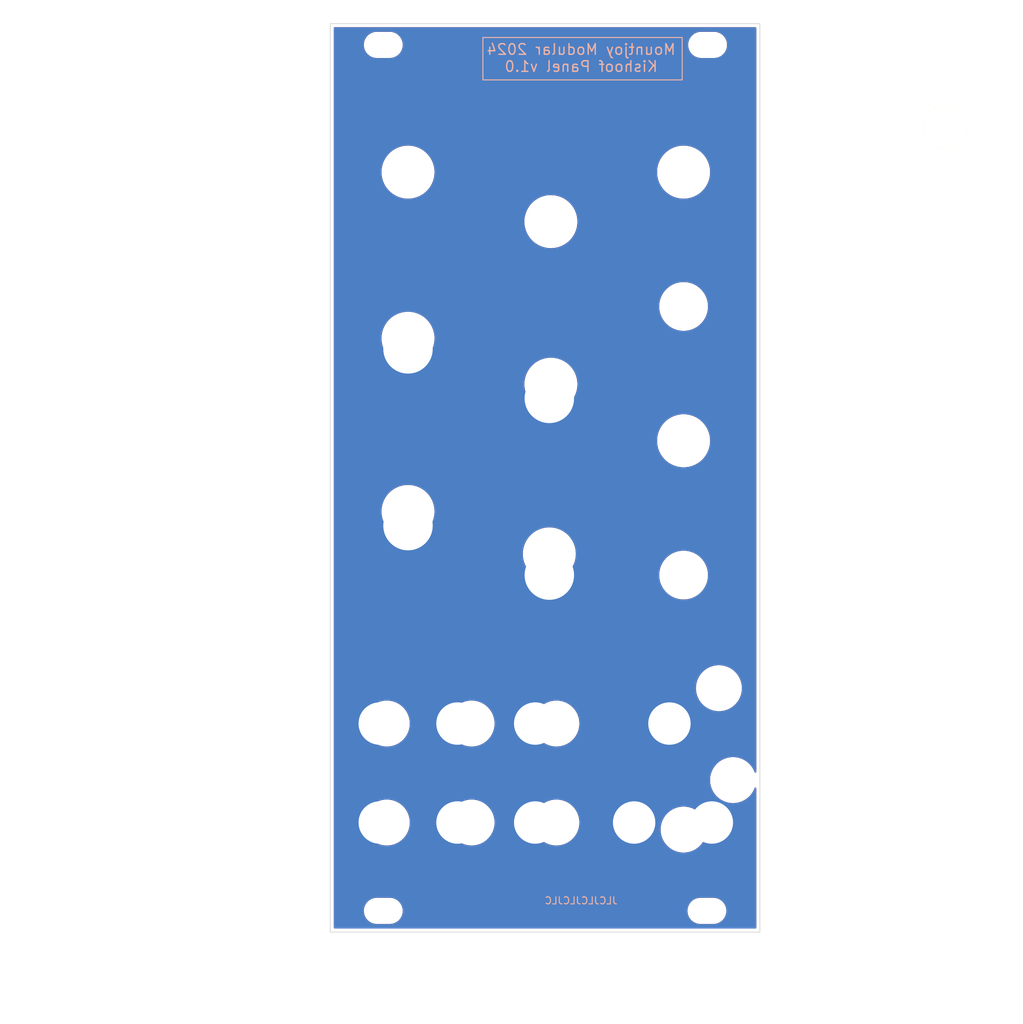
<source format=kicad_pcb>
(kicad_pcb (version 20240108) (generator "pcbnew") (generator_version "8.0")
  (layers (0 "F.Cu" signal) (31 "B.Cu" signal) (34 "B.Paste" user) (35 "F.Paste" user) (36 "B.SilkS" user "B.Silkscreen") (37 "F.SilkS" user "F.Silkscreen") (38 "B.Mask" user) (39 "F.Mask" user) (44 "Edge.Cuts" user))
  (net 0 "")
  (footprint "Custom_Footprints:Alpha_9mm_pot_hole" (layer "F.Cu") (at 105 89)
    (property "Reference" "Ref**" (hide yes))
    (property "Value" "Alpha_9mm_pot_hole" (hide yes))
    (pad "" np_thru_hole circle (at 0 0) (size 7 7) (drill 7) (layers "F&B.Cu" "*.Mask"))
  )
  (footprint "Custom_Footprints:Thonkiconn_Socket_MountingHole_6mm" (layer "F.Cu") (at 35 162)
    (property "Reference" "Ref**" (hide yes))
    (property "Value" "Thonkiconn_Socket_MountingHole_6mm")
    (pad "" np_thru_hole circle (at 0 0) (size 6 6) (drill 6) (layers "F&B.Cu" "*.Mask"))
  )
  (footprint "Custom_Footprints:Thonkiconn_Socket_MountingHole_6mm" (layer "F.Cu") (at 62 129)
    (property "Reference" "Ref**" (hide yes))
    (property "Value" "Thonkiconn_Socket_MountingHole_6mm")
    (pad "" np_thru_hole circle (at 0 0) (size 6 6) (drill 6) (layers "F&B.Cu" "*.Mask"))
  )
  (footprint "Custom_Footprints:Thonkiconn_Socket_MountingHole_6mm" (layer "F.Cu") (at 73 129 90)
    (property "Reference" "Ref**" (hide yes))
    (property "Value" "Thonkiconn_Socket_MountingHole_6mm")
    (pad "" np_thru_hole circle (at 0 0 90) (size 6 6) (drill 6) (layers "F&B.Cu" "*.Mask"))
  )
  (footprint "Custom_Footprints:MountingHole_6.1mm" (layer "F.Cu") (at 142 44.6)
    (property "Reference" "Ref**" (hide yes))
    (property "Value" "Thonkikonn_6.1mm")
    (pad "" np_thru_hole circle (at 0 0) (size 6.1 6.1) (drill 6.1) (layers "F&B.Cu" "*.Mask" "F.SilkS"))
  )
  (footprint "Custom_Footprints:Alpha_9mm_pot_hole" (layer "F.Cu") (at 86 83 90)
    (property "Reference" "Ref**" (hide yes))
    (property "Value" "Alpha_9mm_pot_hole" (hide yes))
    (pad "" np_thru_hole circle (at 0 0 90) (size 7 7) (drill 7) (layers "F&B.Cu" "*.Mask"))
  )
  (footprint "Custom_Footprints:Thonkiconn_Socket_MountingHole_6mm" (layer "F.Cu") (at 62 143 90)
    (property "Reference" "Ref**" (hide yes))
    (property "Value" "Thonkiconn_Socket_MountingHole_6mm")
    (pad "" np_thru_hole circle (at 0 0 90) (size 6 6) (drill 6) (layers "F&B.Cu" "*.Mask"))
  )
  (footprint "Custom_Footprints:Thonkiconn_Socket_MountingHole_6mm" (layer "F.Cu") (at 84 129 90)
    (property "Reference" "Ref**" (hide yes))
    (property "Value" "Thonkiconn_Socket_MountingHole_6mm")
    (pad "" np_thru_hole circle (at 0 0 90) (size 6 6) (drill 6) (layers "F&B.Cu" "*.Mask"))
  )
  (footprint "Custom_Footprints:Small_Pushbutton_Hole_3.5mm" (layer "F.Cu") (at 26 65.5)
    (property "Reference" "Ref**" (hide yes))
    (property "Value" "Push_Button_Hole" (hide yes))
    (pad "" np_thru_hole circle (at 0 0) (size 3.5 3.5) (drill 3.5) (layers "*.Cu" "*.Mask"))
  )
  (footprint "Custom_Footprints:Oval_Mounting_Hole" (layer "F.Cu") (at 108.4 33)
    (property "Reference" "Ref**" (hide yes))
    (property "Value" "Oval_Mounting_Hole" (hide yes))
    (pad "" np_thru_hole oval (at 0 0) (size 5 3.2) (drill oval 5 3.2) (layers "*.Cu" "*.Mask"))
  )
  (footprint "Custom_Footprints:Tall_Trimmer_Hole" (layer "F.Cu") (at 105 108 90)
    (property "Reference" "Ref**" (hide yes))
    (property "Value" "Tall_Trimmer_Hole" (hide yes))
    (pad "" np_thru_hole circle (at 0 0 90) (size 6.4 6.4) (drill 6.4) (layers "F&B.Cu" "*.Mask"))
  )
  (footprint "Custom_Footprints:Thonkiconn_Socket_MountingHole_6mm" (layer "F.Cu") (at 73 143 90)
    (property "Reference" "Ref**" (hide yes))
    (property "Value" "Thonkiconn_Socket_MountingHole_6mm")
    (pad "" np_thru_hole circle (at 0 0 90) (size 6 6) (drill 6) (layers "*.Cu" "*.Mask"))
  )
  (footprint "Custom_Footprints:Alpha_9mm_pot_hole" (layer "F.Cu") (at 105 51)
    (property "Reference" "Ref**" (hide yes))
    (property "Value" "Alpha_9mm_pot_hole" (hide yes))
    (pad "" np_thru_hole circle (at 0 0) (size 7 7) (drill 7) (layers "*.Cu" "*.Mask"))
  )
  (footprint "Custom_Footprints:Thonkiconn_Socket_MountingHole_6mm" (layer "F.Cu") (at 109 143)
    (property "Reference" "Ref**" (hide yes))
    (property "Value" "Thonkiconn_Socket_MountingHole_6mm")
    (pad "" np_thru_hole circle (at 0 0) (size 6 6) (drill 6) (layers "F&B.Cu" "*.Mask"))
  )
  (footprint "Custom_Footprints:Thonkiconn_Socket_MountingHole_6mm" (layer "F.Cu") (at 84 143 90)
    (property "Reference" "Ref**" (hide yes))
    (property "Value" "Thonkiconn_Socket_MountingHole_6mm")
    (pad "" np_thru_hole circle (at 0 0 90) (size 6 6) (drill 6) (layers "F&B.Cu" "*.Mask"))
  )
  (footprint "Custom_Footprints:Oval_Mounting_Hole" (layer "F.Cu") (at 62.5 155.5)
    (property "Reference" "Ref**" (hide yes))
    (property "Value" "Oval_Mounting_Hole" (hide yes))
    (pad "" np_thru_hole oval (at 0 0) (size 5 3.2) (drill oval 5 3.2) (layers "*.Cu" "*.Mask"))
  )
  (footprint "Custom_Footprints:Oval_Mounting_Hole" (layer "F.Cu") (at 108.3 155.5)
    (property "Reference" "Ref**" (hide yes))
    (property "Value" "Oval_Mounting_Hole" (hide yes))
    (pad "" np_thru_hole oval (at 0 0) (size 5 3.2) (drill oval 5 3.2) (layers "*.Cu" "*.Mask"))
  )
  (footprint "Custom_Footprints:Thonkiconn_Socket_MountingHole_6mm" (layer "F.Cu") (at 47 162)
    (property "Reference" "Ref**" (hide yes))
    (property "Value" "Thonkiconn_Socket_MountingHole_6mm")
    (pad "" np_thru_hole circle (at 0 0) (size 6 6) (drill 6) (layers "F&B.Cu" "*.Mask"))
  )
  (footprint "Custom_Footprints:Alpha_9mm_pot_hole" (layer "F.Cu") (at 66 51 90)
    (property "Reference" "Ref**" (hide yes))
    (property "Value" "Alpha_9mm_pot_hole" (hide yes))
    (pad "" np_thru_hole circle (at 0 0 90) (size 7 7) (drill 7) (layers "*.Cu" "*.Mask"))
  )
  (footprint "Custom_Footprints:Thonkiconn_Socket_MountingHole_6mm" (layer "F.Cu") (at 103 129)
    (property "Reference" "Ref**" (hide yes))
    (property "Value" "Thonkiconn_Socket_MountingHole_6mm")
    (pad "" np_thru_hole circle (at 0 0) (size 6 6) (drill 6) (layers "F&B.Cu" "*.Mask"))
  )
  (footprint "Custom_Footprints:Alpha_9mm_pot_hole" (layer "F.Cu") (at 66 101 90)
    (property "Reference" "Ref**" (hide yes))
    (property "Value" "Alpha_9mm_pot_hole" (hide yes))
    (pad "" np_thru_hole circle (at 0 0 90) (size 7 7) (drill 7) (layers "F&B.Cu" "*.Mask"))
  )
  (footprint "Custom_Footprints:Tall_Trimmer_Hole" (layer "F.Cu") (at 105 70 90)
    (property "Reference" "Ref**" (hide yes))
    (property "Value" "Tall_Trimmer_Hole" (hide yes))
    (pad "" np_thru_hole circle (at 0 0 90) (size 6.4 6.4) (drill 6.4) (layers "F&B.Cu" "*.Mask"))
  )
  (footprint "Custom_Footprints:Thonkiconn_Socket_MountingHole_6mm" (layer "F.Cu") (at 23 162)
    (property "Reference" "Ref**" (hide yes))
    (property "Value" "Thonkiconn_Socket_MountingHole_6mm")
    (pad "" np_thru_hole circle (at 0 0) (size 6 6) (drill 6) (layers "F&B.Cu" "*.Mask"))
  )
  (footprint "Custom_Footprints:Alpha_9mm_pot_hole" (layer "F.Cu") (at 86 108 90)
    (property "Reference" "Ref**" (hide yes))
    (property "Value" "Alpha_9mm_pot_hole" (hide yes))
    (pad "" np_thru_hole circle (at 0 0 90) (size 7 7) (drill 7) (layers "F&B.Cu" "*.Mask"))
  )
  (footprint "Custom_Footprints:Thonkiconn_Socket_MountingHole_6mm" (layer "F.Cu") (at 98 143)
    (property "Reference" "Ref**" (hide yes))
    (property "Value" "Thonkiconn_Socket_MountingHole_6mm")
    (pad "" np_thru_hole circle (at 0 0) (size 6 6) (drill 6) (layers "F&B.Cu" "*.Mask"))
  )
  (footprint "Custom_Footprints:Oval_Mounting_Hole" (layer "F.Cu") (at 62.5 33)
    (property "Reference" "Ref**" (hide yes))
    (property "Value" "Oval_Mounting_Hole" (hide yes))
    (pad "" np_thru_hole oval (at 0 0) (size 5 3.2) (drill oval 5 3.2) (layers "*.Cu" "*.Mask"))
  )
  (footprint "Custom_Footprints:Alpha_9mm_pot_hole" (layer "F.Cu") (at 86 58 90)
    (property "Reference" "Ref**" (hide yes))
    (property "Value" "Alpha_9mm_pot_hole" (hide yes))
    (pad "" np_thru_hole circle (at 0 0 90) (size 7 7) (drill 7) (layers "F&B.Cu" "*.Mask"))
  )
  (footprint "Custom_Footprints:Alpha_9mm_pot_hole" (layer "F.Cu") (at 66 76 90)
    (property "Reference" "Ref**" (hide yes))
    (property "Value" "Alpha_9mm_pot_hole" (hide yes))
    (pad "" np_thru_hole circle (at 0 0 90) (size 7 7) (drill 7) (layers "F&B.Cu" "*.Mask"))
  )
  (gr_rect (start 76.6 31.95) (end 104.8 37.95) (stroke (width 0.15)) (fill none) (layer "B.SilkS"))
  (gr_rect (start 55 30) (end 115.8 158.5) (stroke (width 0.1)) (fill none) (layer "Edge.Cuts"))
  (gr_text "JLCJLCJLCJLC" (at 90.5 154.05 0) (layer "B.SilkS") (effects (font (size 1 1)) (justify mirror)))
  (gr_text "Mountjoy Modular 2024\nKishoof Panel v1.0" (at 90.5 34.85 0) (layer "B.SilkS") (effects (font (size 1.5 1.5) (thickness 0.2)) (justify mirror)))
  (zone (net 0) (net_name "") (layers "F&B.Cu") (connect_pads (clearance 0)) (min_thickness 0.254) (fill yes (thermal_gap 0.508) (thermal_bridge_width 0.508))
    (polygon (pts (xy 118 162) (xy 52 162) (xy 52 28) (xy 118 28)))
  )
  (zone (net 0) (net_name "") (layers "F&B.Cu" "F.Mask") (connect_pads (clearance 0)) (min_thickness 0.25)
    (keepout (tracks not_allowed) (vias not_allowed) (pads not_allowed) (copperpour not_allowed) (footprints allowed))
    (fill (thermal_gap 0.5) (thermal_bridge_width 0.5))
    (polygon (pts (xy 24.865934 57.960871) (xy 25.40894 57.596166) (xy 25.999999 57.494937) (xy 26.633223 57.5969) (xy 27.130809 57.964128) (xy 27.499441 58.46208) (xy 27.6 59.094937) (xy 27.500523 59.687115) (xy 27.132199 60.227136) (xy 26.633527 60.552581) (xy 26 60.694937) (xy 25.408933 60.552596) (xy 24.868617 60.22632) (xy 24.543026 59.686667) (xy 24.4 59.094937) (xy 24.539505 58.460621)))
  )
)
</source>
